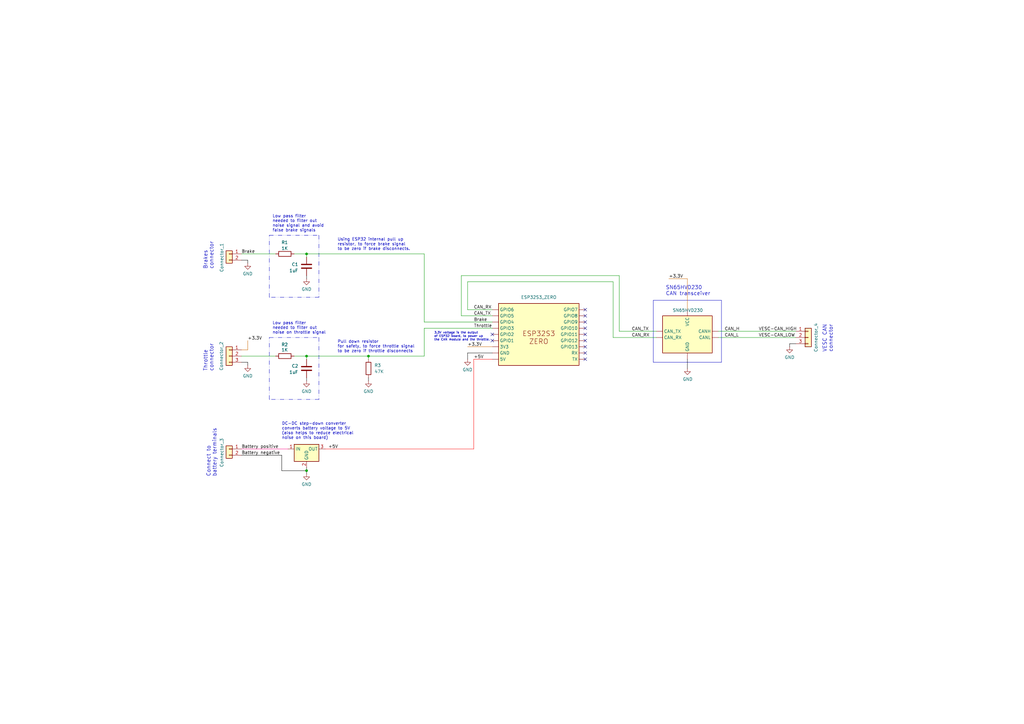
<source format=kicad_sch>
(kicad_sch (version 20250114) (generator "eeschema") (generator_version "9.0")
  (paper "A3")
  (lib_symbols
    (symbol "Connector_Generic:Conn_01x02" (pin_names (offset 1.016) (hide yes))
      (property "Reference" "J" (at 0 2.54 0))
      (property "Value" "Conn_01x02" (at 0 -5.08 0))
      (symbol "Conn_01x02_1_1"
        (rectangle (start -1.27 1.27) (end 1.27 -3.81) (stroke (width 0.254)) (fill (type background)))
        (rectangle (start -1.27 0.127) (end 0 -0.127) (stroke (width 0.1524)))
        (rectangle (start -1.27 -2.413) (end 0 -2.667) (stroke (width 0.1524)))
        (pin passive line (at -5.08 0 0) (length 3.81) (name "Pin_1") (number "1"))
        (pin passive line (at -5.08 -2.54 0) (length 3.81) (name "Pin_2") (number "2"))
      )
    )
    (symbol "Connector_Generic:Conn_01x03" (pin_names (offset 1.016) (hide yes))
      (property "Reference" "J" (at 0 5.08 0))
      (property "Value" "Conn_01x03" (at 0 -5.08 0))
      (symbol "Conn_01x03_1_1"
        (rectangle (start -1.27 3.81) (end 1.27 -3.81) (stroke (width 0.254)) (fill (type background)))
        (rectangle (start -1.27 2.667) (end 0 2.413) (stroke (width 0.1524)))
        (rectangle (start -1.27 0.127) (end 0 -0.127) (stroke (width 0.1524)))
        (rectangle (start -1.27 -2.413) (end 0 -2.667) (stroke (width 0.1524)))
        (pin passive line (at -5.08 2.54 0) (length 3.81) (name "Pin_1") (number "1"))
        (pin passive line (at -5.08 0 0) (length 3.81) (name "Pin_2") (number "2"))
        (pin passive line (at -5.08 -2.54 0) (length 3.81) (name "Pin_3") (number "3"))
      )
    )
    (symbol "Converter_DCDC:OKI-78SR-3.3_1.5-W36-C"
      (property "Reference" "U" (at -3.81 3.175 0))
      (property "Value" "OKI-78SR-3.3_1.5-W36-C" (at 0 3.175 0))
      (symbol "OKI-78SR-3.3_1.5-W36-C_0_1"
        (rectangle (start -5.08 1.905) (end 5.08 -5.08) (stroke (width 0.254)) (fill (type background)))
      )
      (symbol "OKI-78SR-3.3_1.5-W36-C_1_1"
        (pin power_in line (at -7.62 0 0) (length 2.54) (name "IN") (number "1"))
        (pin power_in line (at 0 -7.62 90) (length 2.54) (name "GND") (number "2"))
        (pin power_out line (at 7.62 0 180) (length 2.54) (name "OUT") (number "3"))
      )
    )
    (symbol "Device:C" (pin_numbers (hide yes)) (pin_names (offset 0.254))
      (property "Reference" "C" (at 0.635 2.54 0))
      (property "Value" "C" (at 0.635 -2.54 0))
      (symbol "C_0_1"
        (polyline (pts (xy -2.032 0.762) (xy 2.032 0.762)) (stroke (width 0.508)))
        (polyline (pts (xy -2.032 -0.762) (xy 2.032 -0.762)) (stroke (width 0.508)))
      )
      (symbol "C_1_1"
        (pin passive line (at 0 3.81 270) (length 2.794) (name "~") (number "1"))
        (pin passive line (at 0 -3.81 90) (length 2.794) (name "~") (number "2"))
      )
    )
    (symbol "Device:R" (pin_numbers (hide yes)) (pin_names (offset 0))
      (property "Reference" "R" (at 2.032 0 90))
      (property "Value" "R" (at 0 0 90))
      (symbol "R_0_1"
        (rectangle (start -1.016 -2.54) (end 1.016 2.54) (stroke (width 0.254)))
      )
      (symbol "R_1_1"
        (pin passive line (at 0 3.81 270) (length 1.27) (name "~") (number "1"))
        (pin passive line (at 0 -3.81 90) (length 1.27) (name "~") (number "2"))
      )
    )
    (symbol "TJA1050:TJA1050_module"
      (property "Value" "SN65HVD230" (at -6.096 9.906 0))
      (symbol "TJA1050_module_0_1"
        (rectangle (start -10.16 7.62) (end 10.16 -7.62) (stroke (width 0.254)) (fill (type background)))
      )
      (symbol "TJA1050_module_1_1"
        (pin input line (at -12.7 1.27 0) (length 2.54) (name "CAN_TX") (number ""))
        (pin output line (at -12.7 -1.27 0) (length 2.54) (name "CAN_RX") (number ""))
        (pin power_in line (at 0 10.16 270) (length 2.54) (name "VCC") (number ""))
        (pin power_in line (at 0 -10.16 90) (length 2.54) (name "GND") (number ""))
        (pin bidirectional line (at 12.7 1.27 180) (length 2.54) (name "CANH") (number ""))
        (pin bidirectional line (at 12.7 -1.27 180) (length 2.54) (name "CANL") (number ""))
      )
    )
    (symbol "esp32-s3-zero:ESP32-C3-MINI-1"
      (property "Reference" "U2" (at 0 17.78 0))
      (property "Value" "ESP32S3_ZERO" (at 0 15.24 0))
      (symbol "ESP32-C3-MINI-1_0_1"
        (rectangle (start -16.51 12.7) (end 16.51 -12.7) (stroke (width 0.254)) (fill (type background)))
      )
      (symbol "ESP32-C3-MINI-1_1_1"
        (text "ESP32S3\nZERO" (at 0 -1.27 0) (effects (font (size 2 2))))
        (pin bidirectional line (at -19.05 10.16 0) (length 2.54) (name "GPIO6") (number ""))
        (pin bidirectional line (at -19.05 7.62 0) (length 2.54) (name "GPIO5") (number ""))
        (pin bidirectional line (at -19.05 5.08 0) (length 2.54) (name "GPIO4") (number ""))
        (pin bidirectional line (at -19.05 2.54 0) (length 2.54) (name "GPIO3") (number ""))
        (pin bidirectional line (at -19.05 0 0) (length 2.54) (name "GPIO2") (number ""))
        (pin bidirectional line (at -19.05 -2.54 0) (length 2.54) (name "GPIO1") (number ""))
        (pin power_in line (at -19.05 -5.08 0) (length 2.54) (name "3V3") (number ""))
        (pin power_in line (at -19.05 -7.62 0) (length 2.54) (name "GND") (number ""))
        (pin power_in line (at -19.05 -10.16 0) (length 2.54) (name "5V") (number ""))
        (pin bidirectional line (at 19.05 10.16 180) (length 2.54) (name "GPIO7") (number ""))
        (pin bidirectional line (at 19.05 7.62 180) (length 2.54) (name "GPIO8") (number ""))
        (pin bidirectional line (at 19.05 5.08 180) (length 2.54) (name "GPIO9") (number ""))
        (pin bidirectional line (at 19.05 2.54 180) (length 2.54) (name "GPIO10") (number ""))
        (pin bidirectional line (at 19.05 0 180) (length 2.54) (name "GPIO11") (number ""))
        (pin bidirectional line (at 19.05 -2.54 180) (length 2.54) (name "GPIO12") (number ""))
        (pin bidirectional line (at 19.05 -5.08 180) (length 2.54) (name "GPIO13") (number ""))
        (pin bidirectional line (at 19.05 -7.62 180) (length 2.54) (name "RX") (number ""))
        (pin bidirectional line (at 19.05 -10.16 180) (length 2.54) (name "TX") (number ""))
      )
    )
    (symbol "power:GND" (power) (pin_names (offset 0))
      (property "Value" "GND" (at 0 -3.81 0))
      (symbol "GND_0_1"
        (polyline (pts (xy 0 0) (xy 0 -1.27) (xy 1.27 -1.27) (xy 0 -2.54) (xy -1.27 -1.27) (xy 0 -1.27)))
      )
      (symbol "GND_1_1"
        (pin power_in line (at 0 0 270) (length 0) (hide yes) (name "GND") (number "1"))
      )
    )
  )
  (text "Brakes\nconnector" (at 87.63 110.49 90) (effects (font (size 1.524 1.524)) (justify left bottom)))
  (text "Low pass filter\nneeded to filter out\nnoise on throttle signal\n" (at 111.76 137.16 0) (effects (font (size 1.2 1.2)) (justify left bottom)))
  (text "Low pass filter\nneeded to filter out\nnoise signal and avoid\nfalse brake signals\n" (at 111.76 95.25 0) (effects (font (size 1.2 1.2)) (justify left bottom)))
  (text "Pull down resistor\nfor safety, to force throttle signal\nto be zero if throttle disconnects " (at 138.43 144.78 0) (effects (font (size 1.2 1.2)) (justify left bottom)))
  (text "3.3V voltage is the output\nof ESP32 board, to power up\nthe CAN module and the throttle." (at 178.054 139.954 0) (effects (font (size 0.889 0.889)) (justify left bottom)))
  (text "DC-DC step-down converter\nconverts battery voltage to 5V\n(also helps to reduce electrical\nnoise on this board)" (at 115.57 180.34 0) (effects (font (size 1.2 1.2)) (justify left bottom)))
  (text "VESC CAN\nconnector" (at 341.63 144.526 90) (effects (font (size 1.524 1.524)) (justify left bottom)))
  (text "SN65HVD230\nCAN transceiver" (at 273.05 121.412 0) (effects (font (size 1.524 1.524)) (justify left bottom)))
  (text "Throttle \nconnector" (at 87.63 152.4 90) (effects (font (size 1.524 1.524)) (justify left bottom)))
  (text "Connect to\nbattery terminals" (at 88.9 195.58 90) (effects (font (size 1.524 1.524)) (justify left bottom)))
  (text "Using ESP32 internal pull up\nresistor, to force brake signal\nto be zero if brake disconnects." (at 138.43 102.87 0) (effects (font (size 1.2 1.2)) (justify left bottom)))
  (junction (at 125.73 193.04))
  (junction (at 125.73 146.05))
  (junction (at 151.13 146.05))
  (junction (at 125.73 104.14))
  (no_connect (at 240.03 137.16))
  (no_connect (at 240.03 142.24))
  (no_connect (at 240.03 144.78))
  (no_connect (at 240.03 129.54))
  (no_connect (at 240.03 147.32))
  (no_connect (at 201.93 139.7))
  (no_connect (at 201.93 137.16))
  (no_connect (at 240.03 134.62))
  (no_connect (at 240.03 139.7))
  (no_connect (at 240.03 127))
  (no_connect (at 240.03 132.08))
  (wire (pts (xy 194.31 184.15) (xy 194.31 147.32)) (stroke (width 0) (color 255 0 0 1)))
  (wire (pts (xy 189.23 113.03) (xy 254 113.03)))
  (wire (pts (xy 281.94 147.32) (xy 281.94 151.13)) (stroke (width 0) (color 0 0 0 1)))
  (wire (pts (xy 151.13 146.05) (xy 173.99 146.05)))
  (wire (pts (xy 101.6 106.68) (xy 101.6 107.95)) (stroke (width 0) (color 0 0 0 1)))
  (wire (pts (xy 125.73 146.05) (xy 151.13 146.05)))
  (polyline (pts (xy 267.97 123.19) (xy 295.91 123.19)))
  (wire (pts (xy 173.99 132.08) (xy 201.93 132.08)))
  (polyline (pts (xy 295.91 148.59) (xy 267.97 148.59)))
  (polyline (pts (xy 110.49 163.83) (xy 110.49 138.43)) (stroke (width 0) (type dash_dot_dot)))
  (wire (pts (xy 254 135.89) (xy 269.24 135.89)))
  (polyline (pts (xy 267.97 123.19) (xy 267.97 148.59)))
  (polyline (pts (xy 130.81 121.92) (xy 110.49 121.92)) (stroke (width 0) (type dash_dot_dot)))
  (wire (pts (xy 191.77 115.57) (xy 251.46 115.57)))
  (wire (pts (xy 191.77 127) (xy 201.93 127)))
  (wire (pts (xy 189.23 129.54) (xy 201.93 129.54)))
  (wire (pts (xy 99.06 106.68) (xy 101.6 106.68)) (stroke (width 0) (color 0 0 0 1)))
  (wire (pts (xy 125.73 104.14) (xy 173.99 104.14)))
  (wire (pts (xy 125.73 154.94) (xy 125.73 156.21)) (stroke (width 0) (color 0 0 0 1)))
  (wire (pts (xy 99.06 148.59) (xy 101.6 148.59)) (stroke (width 0) (color 0 0 0 1)))
  (wire (pts (xy 99.06 186.69) (xy 115.57 186.69)) (stroke (width 0) (color 0 0 0 1)))
  (wire (pts (xy 99.06 104.14) (xy 113.03 104.14)))
  (polyline (pts (xy 130.81 138.43) (xy 130.81 163.83)) (stroke (width 0) (type dash_dot_dot)))
  (wire (pts (xy 191.77 115.57) (xy 191.77 127)))
  (wire (pts (xy 133.35 184.15) (xy 194.31 184.15)) (stroke (width 0) (color 255 0 0 1)))
  (wire (pts (xy 254 113.03) (xy 254 135.89)))
  (polyline (pts (xy 130.81 163.83) (xy 110.49 163.83)) (stroke (width 0) (type dash_dot_dot)))
  (wire (pts (xy 294.64 138.43) (xy 326.39 138.43)))
  (wire (pts (xy 173.99 104.14) (xy 173.99 132.08)))
  (wire (pts (xy 274.32 114.3) (xy 281.94 114.3)) (stroke (width 0) (color 204 102 0 1)))
  (wire (pts (xy 115.57 186.69) (xy 115.57 193.04)) (stroke (width 0) (color 0 0 0 1)))
  (polyline (pts (xy 110.49 138.43) (xy 130.81 138.43)) (stroke (width 0) (type dash_dot_dot)))
  (wire (pts (xy 189.23 113.03) (xy 189.23 129.54)))
  (wire (pts (xy 191.77 144.78) (xy 201.93 144.78)) (stroke (width 0) (color 0 0 0 1)))
  (wire (pts (xy 251.46 115.57) (xy 251.46 138.43)))
  (wire (pts (xy 281.94 114.3) (xy 281.94 127)) (stroke (width 0) (color 204 102 0 1)))
  (polyline (pts (xy 130.81 96.52) (xy 130.81 121.92)) (stroke (width 0) (type dash_dot_dot)))
  (wire (pts (xy 99.06 143.51) (xy 101.6 143.51)) (stroke (width 0) (color 204 102 0 1)))
  (wire (pts (xy 125.73 191.77) (xy 125.73 193.04)) (stroke (width 0) (color 0 0 0 1)))
  (wire (pts (xy 251.46 138.43) (xy 269.24 138.43)))
  (wire (pts (xy 173.99 134.62) (xy 201.93 134.62)))
  (wire (pts (xy 120.65 104.14) (xy 125.73 104.14)))
  (wire (pts (xy 125.73 104.14) (xy 125.73 105.41)))
  (wire (pts (xy 101.6 148.59) (xy 101.6 149.86)) (stroke (width 0) (color 0 0 0 1)))
  (wire (pts (xy 151.13 156.21) (xy 151.13 154.94)) (stroke (width 0) (color 0 0 0 1)))
  (wire (pts (xy 115.57 193.04) (xy 125.73 193.04)) (stroke (width 0) (color 0 0 0 1)))
  (wire (pts (xy 151.13 146.05) (xy 151.13 147.32)))
  (wire (pts (xy 125.73 146.05) (xy 125.73 147.32)))
  (wire (pts (xy 101.6 139.7) (xy 101.6 143.51)) (stroke (width 0) (color 204 102 0 1)))
  (polyline (pts (xy 110.49 121.92) (xy 110.49 96.52)) (stroke (width 0) (type dash_dot_dot)))
  (wire (pts (xy 323.85 140.97) (xy 323.85 142.24)) (stroke (width 0) (color 0 0 0 1)))
  (wire (pts (xy 120.65 146.05) (xy 125.73 146.05)))
  (wire (pts (xy 125.73 113.03) (xy 125.73 114.3)) (stroke (width 0) (color 0 0 0 1)))
  (wire (pts (xy 125.73 193.04) (xy 125.73 194.31)) (stroke (width 0) (color 0 0 0 1)))
  (wire (pts (xy 191.77 144.78) (xy 191.77 147.32)) (stroke (width 0) (color 0 0 0 1)))
  (polyline (pts (xy 110.49 96.52) (xy 130.81 96.52)) (stroke (width 0) (type dash_dot_dot)))
  (wire (pts (xy 326.39 140.97) (xy 323.85 140.97)) (stroke (width 0) (color 0 0 0 1)))
  (wire (pts (xy 173.99 146.05) (xy 173.99 134.62)))
  (wire (pts (xy 191.77 142.24) (xy 201.93 142.24)) (stroke (width 0) (color 204 102 0 1)))
  (wire (pts (xy 99.06 146.05) (xy 113.03 146.05)))
  (polyline (pts (xy 295.91 123.19) (xy 295.91 148.59)))
  (wire (pts (xy 99.06 184.15) (xy 118.11 184.15)) (stroke (width 0) (color 255 0 130 1)))
  (wire (pts (xy 294.64 135.89) (xy 326.39 135.89)))
  (wire (pts (xy 194.31 147.32) (xy 201.93 147.32)) (stroke (width 0) (color 255 0 0 1)))
  (label "VESC-CAN_LOW" (at 311.15 138.43 0))
  (label "CAN_RX" (at 194.31 127 0))
  (label "CAN_RX" (at 259.08 138.43 0))
  (label "Battery negative" (at 99.06 186.69 0))
  (label "+3.3V" (at 274.32 114.3 0))
  (label "CAN_L" (at 297.18 138.43 0))
  (label "+3.3V" (at 191.77 142.24 0))
  (label "Battery positive" (at 99.06 184.15 0))
  (label "+5V" (at 134.62 184.15 0))
  (label "VESC-CAN_HIGH" (at 311.15 135.89 0))
  (label "Brake" (at 194.31 132.08 0))
  (label "CAN_H" (at 297.18 135.89 0))
  (label "CAN_TX" (at 194.31 129.54 0))
  (label "CAN_TX" (at 259.08 135.89 0))
  (label "+3.3V" (at 101.6 139.7 0))
  (label "+5V" (at 194.31 147.32 0))
  (label "Throttle" (at 194.31 134.62 0))
  (label "Brake" (at 99.06 104.14 0))
  (symbol (lib_id "Device:R") (at 116.84 104.14 90) (unit 1)
    (property "Reference" "R1" (at 118.11 99.441 90) (effects (justify left)))
    (property "Value" "1K" (at 118.11 101.854 90) (effects (justify left)))
  )
  (symbol (lib_id "Connector_Generic:Conn_01x03") (at 93.98 146.05 0) (mirror y) (unit 1)
    (property "Reference" "J1" (effects (hide yes)))
    (property "Value" "Connector_2" (at 90.805 146.05 90))
  )
  (symbol (lib_id "power:GND") (at 101.6 149.86 0) (unit 1)
    (property "Reference" "#PWR02" (effects (hide yes)))
    (property "Value" "GND" (at 101.6 154.178 0))
  )
  (symbol (lib_id "esp32-s3-zero:ESP32-C3-MINI-1") (at 220.98 137.16 0) (unit 1)
    (property "Reference" "U2" (effects (hide yes)))
    (property "Value" "ESP32S3_ZERO" (at 220.98 121.92 0))
  )
  (symbol (lib_id "power:GND") (at 125.73 156.21 0) (unit 1)
    (property "Reference" "#PWR04" (effects (hide yes)))
    (property "Value" "GND" (at 125.73 160.528 0))
  )
  (symbol (lib_id "Connector_Generic:Conn_01x02") (at 93.98 184.15 0) (mirror y) (unit 1)
    (property "Reference" "Connector_3" (at 90.932 185.674 90))
  )
  (symbol (lib_id "power:GND") (at 281.94 151.13 0) (unit 1)
    (property "Reference" "#PWR08" (effects (hide yes)))
    (property "Value" "GND" (at 282.067 155.5242 0))
  )
  (symbol (lib_id "Connector_Generic:Conn_01x02") (at 93.98 104.14 0) (mirror y) (unit 1)
    (property "Reference" "Connector_1" (at 90.932 105.664 90))
  )
  (symbol (lib_id "Device:C") (at 125.73 109.22 0) (unit 1)
    (property "Reference" "C1" (at 119.634 108.458 0) (effects (justify left)))
    (property "Value" "1uF" (at 118.618 110.998 0) (effects (justify left)))
  )
  (symbol (lib_id "Connector_Generic:Conn_01x03") (at 331.47 138.43 0) (unit 1)
    (property "Reference" "J2" (effects (hide yes)))
    (property "Value" "Connector_4" (at 334.645 138.43 90))
  )
  (symbol (lib_id "power:GND") (at 125.73 114.3 0) (unit 1)
    (property "Reference" "#PWR03" (effects (hide yes)))
    (property "Value" "GND" (at 125.73 118.618 0))
  )
  (symbol (lib_id "Device:R") (at 151.13 151.13 0) (unit 1)
    (property "Reference" "R3" (at 153.543 149.86 0) (effects (justify left)))
    (property "Value" "47K" (at 153.543 152.4 0) (effects (justify left)))
  )
  (symbol (lib_id "TJA1050:TJA1050_module") (at 281.94 137.16 0) (unit 1)
    (property "Reference" "U3" (effects (hide yes)))
    (property "Value" "SN65HVD230" (at 275.844 127.254 0) (effects (justify left)))
  )
  (symbol (lib_id "Converter_DCDC:OKI-78SR-3.3_1.5-W36-C") (at 125.73 184.15 0) (unit 1)
    (property "Reference" "U1" (effects (hide yes)))
    (property "Value" "Step-down converter  to 3.3V" (effects (hide yes)))
    (property "Footprint" "Converter_DCDC:Converter_DCDC_Murata_OKI-78SR_Vertical" (effects (hide yes)))
    (property "Datasheet" "https://power.murata.com/data/power/oki-78sr.pdf" (effects (hide yes)))
  )
  (symbol (lib_id "power:GND") (at 151.13 156.21 0) (unit 1)
    (property "Reference" "#PWR06" (effects (hide yes)))
    (property "Value" "GND" (at 151.13 160.528 0))
  )
  (symbol (lib_id "power:GND") (at 323.85 142.24 0) (mirror y) (unit 1)
    (property "Reference" "#PWR09" (effects (hide yes)))
    (property "Value" "GND" (at 323.85 146.558 0))
  )
  (symbol (lib_id "Device:R") (at 116.84 146.05 90) (unit 1)
    (property "Reference" "R2" (at 118.11 141.351 90) (effects (justify left)))
    (property "Value" "1K" (at 118.11 143.51 90) (effects (justify left)))
  )
  (symbol (lib_id "Device:C") (at 125.73 151.13 0) (unit 1)
    (property "Reference" "C2" (at 119.634 150.114 0) (effects (justify left)))
    (property "Value" "1uF" (at 118.618 152.654 0) (effects (justify left)))
  )
  (symbol (lib_id "power:GND") (at 191.77 147.32 0) (unit 1)
    (property "Reference" "#PWR07" (effects (hide yes)))
    (property "Value" "GND" (at 191.77 151.638 0))
  )
  (symbol (lib_id "power:GND") (at 101.6 107.95 0) (unit 1)
    (property "Reference" "#PWR01" (effects (hide yes)))
    (property "Value" "GND" (at 101.6 112.268 0))
  )
  (symbol (lib_id "power:GND") (at 125.73 194.31 0) (unit 1)
    (property "Reference" "#PWR05" (effects (hide yes)))
    (property "Value" "GND" (at 125.73 198.628 0))
  )
)
</source>
